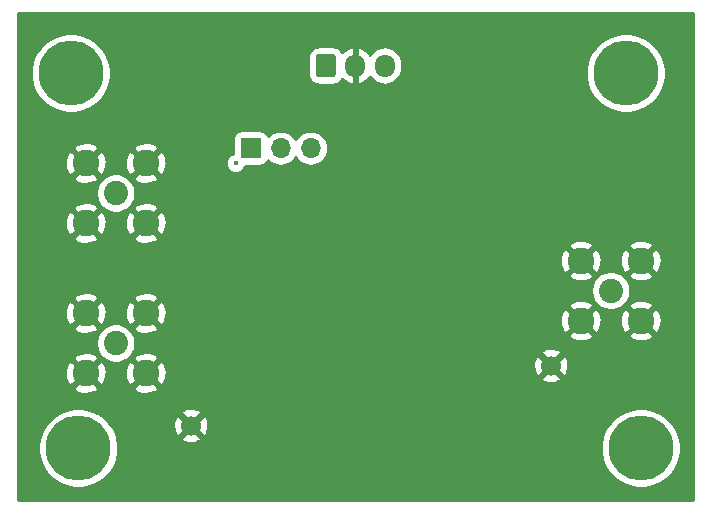
<source format=gbr>
G04 #@! TF.GenerationSoftware,KiCad,Pcbnew,(5.1.2)-2*
G04 #@! TF.CreationDate,2019-07-08T11:26:54+08:00*
G04 #@! TF.ProjectId,eval-board-ADA4817-1,6576616c-2d62-46f6-9172-642d41444134,rev?*
G04 #@! TF.SameCoordinates,Original*
G04 #@! TF.FileFunction,Copper,L2,Bot*
G04 #@! TF.FilePolarity,Positive*
%FSLAX46Y46*%
G04 Gerber Fmt 4.6, Leading zero omitted, Abs format (unit mm)*
G04 Created by KiCad (PCBNEW (5.1.2)-2) date 2019-07-08 11:26:54*
%MOMM*%
%LPD*%
G04 APERTURE LIST*
%ADD10C,5.500000*%
%ADD11C,1.700000*%
%ADD12C,0.100000*%
%ADD13O,1.700000X1.950000*%
%ADD14C,2.050000*%
%ADD15C,2.250000*%
%ADD16R,1.700000X1.700000*%
%ADD17O,1.700000X1.700000*%
%ADD18C,0.400000*%
%ADD19C,0.254000*%
G04 APERTURE END LIST*
D10*
X168275000Y-104140000D03*
X169545000Y-135890000D03*
X121920000Y-135890000D03*
X121285000Y-104140000D03*
D11*
X131445000Y-133985000D03*
X161925000Y-128905000D03*
D12*
G36*
X143499504Y-102531204D02*
G01*
X143523773Y-102534804D01*
X143547571Y-102540765D01*
X143570671Y-102549030D01*
X143592849Y-102559520D01*
X143613893Y-102572133D01*
X143633598Y-102586747D01*
X143651777Y-102603223D01*
X143668253Y-102621402D01*
X143682867Y-102641107D01*
X143695480Y-102662151D01*
X143705970Y-102684329D01*
X143714235Y-102707429D01*
X143720196Y-102731227D01*
X143723796Y-102755496D01*
X143725000Y-102780000D01*
X143725000Y-104230000D01*
X143723796Y-104254504D01*
X143720196Y-104278773D01*
X143714235Y-104302571D01*
X143705970Y-104325671D01*
X143695480Y-104347849D01*
X143682867Y-104368893D01*
X143668253Y-104388598D01*
X143651777Y-104406777D01*
X143633598Y-104423253D01*
X143613893Y-104437867D01*
X143592849Y-104450480D01*
X143570671Y-104460970D01*
X143547571Y-104469235D01*
X143523773Y-104475196D01*
X143499504Y-104478796D01*
X143475000Y-104480000D01*
X142275000Y-104480000D01*
X142250496Y-104478796D01*
X142226227Y-104475196D01*
X142202429Y-104469235D01*
X142179329Y-104460970D01*
X142157151Y-104450480D01*
X142136107Y-104437867D01*
X142116402Y-104423253D01*
X142098223Y-104406777D01*
X142081747Y-104388598D01*
X142067133Y-104368893D01*
X142054520Y-104347849D01*
X142044030Y-104325671D01*
X142035765Y-104302571D01*
X142029804Y-104278773D01*
X142026204Y-104254504D01*
X142025000Y-104230000D01*
X142025000Y-102780000D01*
X142026204Y-102755496D01*
X142029804Y-102731227D01*
X142035765Y-102707429D01*
X142044030Y-102684329D01*
X142054520Y-102662151D01*
X142067133Y-102641107D01*
X142081747Y-102621402D01*
X142098223Y-102603223D01*
X142116402Y-102586747D01*
X142136107Y-102572133D01*
X142157151Y-102559520D01*
X142179329Y-102549030D01*
X142202429Y-102540765D01*
X142226227Y-102534804D01*
X142250496Y-102531204D01*
X142275000Y-102530000D01*
X143475000Y-102530000D01*
X143499504Y-102531204D01*
X143499504Y-102531204D01*
G37*
D11*
X142875000Y-103505000D03*
D13*
X145375000Y-103505000D03*
X147875000Y-103505000D03*
D14*
X125095000Y-114300000D03*
D15*
X127635000Y-116840000D03*
X127635000Y-111760000D03*
X122555000Y-111760000D03*
X122555000Y-116840000D03*
D14*
X125095000Y-127000000D03*
D15*
X127635000Y-129540000D03*
X127635000Y-124460000D03*
X122555000Y-124460000D03*
X122555000Y-129540000D03*
X164465000Y-125095000D03*
X164465000Y-120015000D03*
X169545000Y-120015000D03*
X169545000Y-125095000D03*
D14*
X167005000Y-122555000D03*
D16*
X136525000Y-110490000D03*
D17*
X139065000Y-110490000D03*
X141605000Y-110490000D03*
D18*
X135255000Y-111760000D03*
X128905000Y-114300000D03*
X129540000Y-114935000D03*
X130175000Y-115570000D03*
X130810000Y-116205000D03*
X131445000Y-116840000D03*
X132080000Y-117475000D03*
X132715000Y-118745000D03*
X129540000Y-118110000D03*
X130175000Y-118745000D03*
X130175000Y-119380000D03*
X130175000Y-128905000D03*
X131445000Y-128905000D03*
X132715000Y-128905000D03*
X133985000Y-128905000D03*
X135255000Y-128905000D03*
X136525000Y-128905000D03*
X137795000Y-128905000D03*
X139065000Y-128905000D03*
X130175000Y-126365000D03*
X131445000Y-126365000D03*
X132715000Y-126365000D03*
X131445000Y-124460000D03*
X133350000Y-124460000D03*
X134620000Y-124460000D03*
X135890000Y-124460000D03*
X138430000Y-124460000D03*
X154305000Y-122555000D03*
X155575000Y-122555000D03*
X156845000Y-122555000D03*
X158115000Y-122555000D03*
X159385000Y-121285000D03*
X160655000Y-121285000D03*
X161925000Y-121285000D03*
X163195000Y-121285000D03*
X160655000Y-124460000D03*
X161290000Y-123825000D03*
X162560000Y-123825000D03*
X160655000Y-126365000D03*
X156210000Y-127635000D03*
X156845000Y-127635000D03*
X157480000Y-127635000D03*
X158750000Y-127635000D03*
X160020000Y-127635000D03*
X146685000Y-107315000D03*
X146685000Y-109220000D03*
X146685000Y-111760000D03*
X146685000Y-113665000D03*
X146685000Y-116205000D03*
X146685000Y-118745000D03*
X143510000Y-106680000D03*
X143510000Y-109220000D03*
X143510000Y-110490000D03*
X143510000Y-113030000D03*
X147955000Y-119380000D03*
X149225000Y-119380000D03*
X150495000Y-118745000D03*
X151130000Y-118110000D03*
X153035000Y-117475000D03*
X153670000Y-115570000D03*
X153670000Y-114300000D03*
X154065000Y-110095000D03*
X154065000Y-108190000D03*
X157480000Y-107950000D03*
X157480000Y-109855000D03*
X157480000Y-112395000D03*
X157480000Y-113665000D03*
X157480000Y-116205000D03*
X157480000Y-114935000D03*
X157480000Y-117475000D03*
X137160000Y-104775000D03*
X138430000Y-104775000D03*
X140335000Y-104775000D03*
X137160000Y-106045000D03*
X137160000Y-107315000D03*
X136525000Y-107950000D03*
X134620000Y-107950000D03*
X133640000Y-107555000D03*
X133350000Y-106045000D03*
X137160000Y-102235000D03*
X138430000Y-102235000D03*
X139700000Y-102235000D03*
X133350000Y-100965000D03*
X132080000Y-101600000D03*
X130810000Y-102235000D03*
X130175000Y-102870000D03*
X129540000Y-104140000D03*
X128905000Y-105410000D03*
X128905000Y-106680000D03*
X128905000Y-107950000D03*
X134620000Y-113665000D03*
X134620000Y-114935000D03*
X134620000Y-116205000D03*
X134620000Y-117475000D03*
X134620000Y-118745000D03*
X133985000Y-118745000D03*
X144780000Y-127000000D03*
X144780000Y-128270000D03*
X144780000Y-130810000D03*
X146050000Y-130810000D03*
X146050000Y-129540000D03*
X146050000Y-127635000D03*
X144780000Y-129540000D03*
X146050000Y-126365000D03*
X145415000Y-131445000D03*
X161290000Y-109220000D03*
X165100000Y-109220000D03*
X168910000Y-109220000D03*
X161290000Y-113030000D03*
X165100000Y-113030000D03*
X168910000Y-113030000D03*
X153035000Y-132715000D03*
X156845000Y-132715000D03*
X160020000Y-132715000D03*
X163830000Y-132715000D03*
X163830000Y-135255000D03*
X160020000Y-135255000D03*
X156845000Y-135255000D03*
X153035000Y-135255000D03*
X134620000Y-132080000D03*
X137160000Y-132080000D03*
X139700000Y-132080000D03*
X139700000Y-134620000D03*
X137160000Y-134620000D03*
X134620000Y-134620000D03*
X134620000Y-138430000D03*
X137160000Y-138430000D03*
X139700000Y-138430000D03*
D19*
G36*
X173965000Y-140310000D02*
G01*
X116865000Y-140310000D01*
X116865000Y-135556607D01*
X118535000Y-135556607D01*
X118535000Y-136223393D01*
X118665083Y-136877368D01*
X118920252Y-137493399D01*
X119290698Y-138047812D01*
X119762188Y-138519302D01*
X120316601Y-138889748D01*
X120932632Y-139144917D01*
X121586607Y-139275000D01*
X122253393Y-139275000D01*
X122907368Y-139144917D01*
X123523399Y-138889748D01*
X124077812Y-138519302D01*
X124549302Y-138047812D01*
X124919748Y-137493399D01*
X125174917Y-136877368D01*
X125305000Y-136223393D01*
X125305000Y-135556607D01*
X166160000Y-135556607D01*
X166160000Y-136223393D01*
X166290083Y-136877368D01*
X166545252Y-137493399D01*
X166915698Y-138047812D01*
X167387188Y-138519302D01*
X167941601Y-138889748D01*
X168557632Y-139144917D01*
X169211607Y-139275000D01*
X169878393Y-139275000D01*
X170532368Y-139144917D01*
X171148399Y-138889748D01*
X171702812Y-138519302D01*
X172174302Y-138047812D01*
X172544748Y-137493399D01*
X172799917Y-136877368D01*
X172930000Y-136223393D01*
X172930000Y-135556607D01*
X172799917Y-134902632D01*
X172544748Y-134286601D01*
X172174302Y-133732188D01*
X171702812Y-133260698D01*
X171148399Y-132890252D01*
X170532368Y-132635083D01*
X169878393Y-132505000D01*
X169211607Y-132505000D01*
X168557632Y-132635083D01*
X167941601Y-132890252D01*
X167387188Y-133260698D01*
X166915698Y-133732188D01*
X166545252Y-134286601D01*
X166290083Y-134902632D01*
X166160000Y-135556607D01*
X125305000Y-135556607D01*
X125196950Y-135013397D01*
X130596208Y-135013397D01*
X130673843Y-135262472D01*
X130937883Y-135388371D01*
X131221411Y-135460339D01*
X131513531Y-135475611D01*
X131803019Y-135433599D01*
X132078747Y-135335919D01*
X132216157Y-135262472D01*
X132293792Y-135013397D01*
X131445000Y-134164605D01*
X130596208Y-135013397D01*
X125196950Y-135013397D01*
X125174917Y-134902632D01*
X124919748Y-134286601D01*
X124764016Y-134053531D01*
X129954389Y-134053531D01*
X129996401Y-134343019D01*
X130094081Y-134618747D01*
X130167528Y-134756157D01*
X130416603Y-134833792D01*
X131265395Y-133985000D01*
X131624605Y-133985000D01*
X132473397Y-134833792D01*
X132722472Y-134756157D01*
X132848371Y-134492117D01*
X132920339Y-134208589D01*
X132935611Y-133916469D01*
X132893599Y-133626981D01*
X132795919Y-133351253D01*
X132722472Y-133213843D01*
X132473397Y-133136208D01*
X131624605Y-133985000D01*
X131265395Y-133985000D01*
X130416603Y-133136208D01*
X130167528Y-133213843D01*
X130041629Y-133477883D01*
X129969661Y-133761411D01*
X129954389Y-134053531D01*
X124764016Y-134053531D01*
X124549302Y-133732188D01*
X124077812Y-133260698D01*
X123622701Y-132956603D01*
X130596208Y-132956603D01*
X131445000Y-133805395D01*
X132293792Y-132956603D01*
X132216157Y-132707528D01*
X131952117Y-132581629D01*
X131668589Y-132509661D01*
X131376469Y-132494389D01*
X131086981Y-132536401D01*
X130811253Y-132634081D01*
X130673843Y-132707528D01*
X130596208Y-132956603D01*
X123622701Y-132956603D01*
X123523399Y-132890252D01*
X122907368Y-132635083D01*
X122253393Y-132505000D01*
X121586607Y-132505000D01*
X120932632Y-132635083D01*
X120316601Y-132890252D01*
X119762188Y-133260698D01*
X119290698Y-133732188D01*
X118920252Y-134286601D01*
X118665083Y-134902632D01*
X118535000Y-135556607D01*
X116865000Y-135556607D01*
X116865000Y-130764531D01*
X121510074Y-130764531D01*
X121620921Y-131041714D01*
X121931840Y-131195089D01*
X122266705Y-131284860D01*
X122612650Y-131307576D01*
X122956380Y-131262366D01*
X123284685Y-131150966D01*
X123489079Y-131041714D01*
X123599926Y-130764531D01*
X126590074Y-130764531D01*
X126700921Y-131041714D01*
X127011840Y-131195089D01*
X127346705Y-131284860D01*
X127692650Y-131307576D01*
X128036380Y-131262366D01*
X128364685Y-131150966D01*
X128569079Y-131041714D01*
X128679926Y-130764531D01*
X127635000Y-129719605D01*
X126590074Y-130764531D01*
X123599926Y-130764531D01*
X122555000Y-129719605D01*
X121510074Y-130764531D01*
X116865000Y-130764531D01*
X116865000Y-129597650D01*
X120787424Y-129597650D01*
X120832634Y-129941380D01*
X120944034Y-130269685D01*
X121053286Y-130474079D01*
X121330469Y-130584926D01*
X122375395Y-129540000D01*
X122734605Y-129540000D01*
X123779531Y-130584926D01*
X124056714Y-130474079D01*
X124210089Y-130163160D01*
X124299860Y-129828295D01*
X124315004Y-129597650D01*
X125867424Y-129597650D01*
X125912634Y-129941380D01*
X126024034Y-130269685D01*
X126133286Y-130474079D01*
X126410469Y-130584926D01*
X127455395Y-129540000D01*
X127814605Y-129540000D01*
X128859531Y-130584926D01*
X129136714Y-130474079D01*
X129290089Y-130163160D01*
X129351684Y-129933397D01*
X161076208Y-129933397D01*
X161153843Y-130182472D01*
X161417883Y-130308371D01*
X161701411Y-130380339D01*
X161993531Y-130395611D01*
X162283019Y-130353599D01*
X162558747Y-130255919D01*
X162696157Y-130182472D01*
X162773792Y-129933397D01*
X161925000Y-129084605D01*
X161076208Y-129933397D01*
X129351684Y-129933397D01*
X129379860Y-129828295D01*
X129402576Y-129482350D01*
X129357366Y-129138620D01*
X129301349Y-128973531D01*
X160434389Y-128973531D01*
X160476401Y-129263019D01*
X160574081Y-129538747D01*
X160647528Y-129676157D01*
X160896603Y-129753792D01*
X161745395Y-128905000D01*
X162104605Y-128905000D01*
X162953397Y-129753792D01*
X163202472Y-129676157D01*
X163328371Y-129412117D01*
X163400339Y-129128589D01*
X163415611Y-128836469D01*
X163373599Y-128546981D01*
X163275919Y-128271253D01*
X163202472Y-128133843D01*
X162953397Y-128056208D01*
X162104605Y-128905000D01*
X161745395Y-128905000D01*
X160896603Y-128056208D01*
X160647528Y-128133843D01*
X160521629Y-128397883D01*
X160449661Y-128681411D01*
X160434389Y-128973531D01*
X129301349Y-128973531D01*
X129245966Y-128810315D01*
X129136714Y-128605921D01*
X128859531Y-128495074D01*
X127814605Y-129540000D01*
X127455395Y-129540000D01*
X126410469Y-128495074D01*
X126133286Y-128605921D01*
X125979911Y-128916840D01*
X125890140Y-129251705D01*
X125867424Y-129597650D01*
X124315004Y-129597650D01*
X124322576Y-129482350D01*
X124277366Y-129138620D01*
X124165966Y-128810315D01*
X124056714Y-128605921D01*
X123779531Y-128495074D01*
X122734605Y-129540000D01*
X122375395Y-129540000D01*
X121330469Y-128495074D01*
X121053286Y-128605921D01*
X120899911Y-128916840D01*
X120810140Y-129251705D01*
X120787424Y-129597650D01*
X116865000Y-129597650D01*
X116865000Y-128315469D01*
X121510074Y-128315469D01*
X122555000Y-129360395D01*
X123599926Y-128315469D01*
X123489079Y-128038286D01*
X123178160Y-127884911D01*
X122843295Y-127795140D01*
X122497350Y-127772424D01*
X122153620Y-127817634D01*
X121825315Y-127929034D01*
X121620921Y-128038286D01*
X121510074Y-128315469D01*
X116865000Y-128315469D01*
X116865000Y-126836504D01*
X123435000Y-126836504D01*
X123435000Y-127163496D01*
X123498793Y-127484204D01*
X123623927Y-127786305D01*
X123805594Y-128058188D01*
X124036812Y-128289406D01*
X124308695Y-128471073D01*
X124610796Y-128596207D01*
X124931504Y-128660000D01*
X125258496Y-128660000D01*
X125579204Y-128596207D01*
X125881305Y-128471073D01*
X126114182Y-128315469D01*
X126590074Y-128315469D01*
X127635000Y-129360395D01*
X128679926Y-128315469D01*
X128569079Y-128038286D01*
X128258160Y-127884911D01*
X128227170Y-127876603D01*
X161076208Y-127876603D01*
X161925000Y-128725395D01*
X162773792Y-127876603D01*
X162696157Y-127627528D01*
X162432117Y-127501629D01*
X162148589Y-127429661D01*
X161856469Y-127414389D01*
X161566981Y-127456401D01*
X161291253Y-127554081D01*
X161153843Y-127627528D01*
X161076208Y-127876603D01*
X128227170Y-127876603D01*
X127923295Y-127795140D01*
X127577350Y-127772424D01*
X127233620Y-127817634D01*
X126905315Y-127929034D01*
X126700921Y-128038286D01*
X126590074Y-128315469D01*
X126114182Y-128315469D01*
X126153188Y-128289406D01*
X126384406Y-128058188D01*
X126566073Y-127786305D01*
X126691207Y-127484204D01*
X126755000Y-127163496D01*
X126755000Y-126836504D01*
X126691207Y-126515796D01*
X126609912Y-126319531D01*
X163420074Y-126319531D01*
X163530921Y-126596714D01*
X163841840Y-126750089D01*
X164176705Y-126839860D01*
X164522650Y-126862576D01*
X164866380Y-126817366D01*
X165194685Y-126705966D01*
X165399079Y-126596714D01*
X165509926Y-126319531D01*
X168500074Y-126319531D01*
X168610921Y-126596714D01*
X168921840Y-126750089D01*
X169256705Y-126839860D01*
X169602650Y-126862576D01*
X169946380Y-126817366D01*
X170274685Y-126705966D01*
X170479079Y-126596714D01*
X170589926Y-126319531D01*
X169545000Y-125274605D01*
X168500074Y-126319531D01*
X165509926Y-126319531D01*
X164465000Y-125274605D01*
X163420074Y-126319531D01*
X126609912Y-126319531D01*
X126566073Y-126213695D01*
X126384406Y-125941812D01*
X126153188Y-125710594D01*
X126114183Y-125684531D01*
X126590074Y-125684531D01*
X126700921Y-125961714D01*
X127011840Y-126115089D01*
X127346705Y-126204860D01*
X127692650Y-126227576D01*
X128036380Y-126182366D01*
X128364685Y-126070966D01*
X128569079Y-125961714D01*
X128679926Y-125684531D01*
X127635000Y-124639605D01*
X126590074Y-125684531D01*
X126114183Y-125684531D01*
X125881305Y-125528927D01*
X125579204Y-125403793D01*
X125258496Y-125340000D01*
X124931504Y-125340000D01*
X124610796Y-125403793D01*
X124308695Y-125528927D01*
X124036812Y-125710594D01*
X123805594Y-125941812D01*
X123623927Y-126213695D01*
X123498793Y-126515796D01*
X123435000Y-126836504D01*
X116865000Y-126836504D01*
X116865000Y-125684531D01*
X121510074Y-125684531D01*
X121620921Y-125961714D01*
X121931840Y-126115089D01*
X122266705Y-126204860D01*
X122612650Y-126227576D01*
X122956380Y-126182366D01*
X123284685Y-126070966D01*
X123489079Y-125961714D01*
X123599926Y-125684531D01*
X122555000Y-124639605D01*
X121510074Y-125684531D01*
X116865000Y-125684531D01*
X116865000Y-124517650D01*
X120787424Y-124517650D01*
X120832634Y-124861380D01*
X120944034Y-125189685D01*
X121053286Y-125394079D01*
X121330469Y-125504926D01*
X122375395Y-124460000D01*
X122734605Y-124460000D01*
X123779531Y-125504926D01*
X124056714Y-125394079D01*
X124210089Y-125083160D01*
X124299860Y-124748295D01*
X124315004Y-124517650D01*
X125867424Y-124517650D01*
X125912634Y-124861380D01*
X126024034Y-125189685D01*
X126133286Y-125394079D01*
X126410469Y-125504926D01*
X127455395Y-124460000D01*
X127814605Y-124460000D01*
X128859531Y-125504926D01*
X129136714Y-125394079D01*
X129255809Y-125152650D01*
X162697424Y-125152650D01*
X162742634Y-125496380D01*
X162854034Y-125824685D01*
X162963286Y-126029079D01*
X163240469Y-126139926D01*
X164285395Y-125095000D01*
X164644605Y-125095000D01*
X165689531Y-126139926D01*
X165966714Y-126029079D01*
X166120089Y-125718160D01*
X166209860Y-125383295D01*
X166225004Y-125152650D01*
X167777424Y-125152650D01*
X167822634Y-125496380D01*
X167934034Y-125824685D01*
X168043286Y-126029079D01*
X168320469Y-126139926D01*
X169365395Y-125095000D01*
X169724605Y-125095000D01*
X170769531Y-126139926D01*
X171046714Y-126029079D01*
X171200089Y-125718160D01*
X171289860Y-125383295D01*
X171312576Y-125037350D01*
X171267366Y-124693620D01*
X171155966Y-124365315D01*
X171046714Y-124160921D01*
X170769531Y-124050074D01*
X169724605Y-125095000D01*
X169365395Y-125095000D01*
X168320469Y-124050074D01*
X168043286Y-124160921D01*
X167889911Y-124471840D01*
X167800140Y-124806705D01*
X167777424Y-125152650D01*
X166225004Y-125152650D01*
X166232576Y-125037350D01*
X166187366Y-124693620D01*
X166075966Y-124365315D01*
X165966714Y-124160921D01*
X165689531Y-124050074D01*
X164644605Y-125095000D01*
X164285395Y-125095000D01*
X163240469Y-124050074D01*
X162963286Y-124160921D01*
X162809911Y-124471840D01*
X162720140Y-124806705D01*
X162697424Y-125152650D01*
X129255809Y-125152650D01*
X129290089Y-125083160D01*
X129379860Y-124748295D01*
X129402576Y-124402350D01*
X129357366Y-124058620D01*
X129293523Y-123870469D01*
X163420074Y-123870469D01*
X164465000Y-124915395D01*
X165509926Y-123870469D01*
X165399079Y-123593286D01*
X165088160Y-123439911D01*
X164753295Y-123350140D01*
X164407350Y-123327424D01*
X164063620Y-123372634D01*
X163735315Y-123484034D01*
X163530921Y-123593286D01*
X163420074Y-123870469D01*
X129293523Y-123870469D01*
X129245966Y-123730315D01*
X129136714Y-123525921D01*
X128859531Y-123415074D01*
X127814605Y-124460000D01*
X127455395Y-124460000D01*
X126410469Y-123415074D01*
X126133286Y-123525921D01*
X125979911Y-123836840D01*
X125890140Y-124171705D01*
X125867424Y-124517650D01*
X124315004Y-124517650D01*
X124322576Y-124402350D01*
X124277366Y-124058620D01*
X124165966Y-123730315D01*
X124056714Y-123525921D01*
X123779531Y-123415074D01*
X122734605Y-124460000D01*
X122375395Y-124460000D01*
X121330469Y-123415074D01*
X121053286Y-123525921D01*
X120899911Y-123836840D01*
X120810140Y-124171705D01*
X120787424Y-124517650D01*
X116865000Y-124517650D01*
X116865000Y-123235469D01*
X121510074Y-123235469D01*
X122555000Y-124280395D01*
X123599926Y-123235469D01*
X126590074Y-123235469D01*
X127635000Y-124280395D01*
X128679926Y-123235469D01*
X128569079Y-122958286D01*
X128258160Y-122804911D01*
X127923295Y-122715140D01*
X127577350Y-122692424D01*
X127233620Y-122737634D01*
X126905315Y-122849034D01*
X126700921Y-122958286D01*
X126590074Y-123235469D01*
X123599926Y-123235469D01*
X123489079Y-122958286D01*
X123178160Y-122804911D01*
X122843295Y-122715140D01*
X122497350Y-122692424D01*
X122153620Y-122737634D01*
X121825315Y-122849034D01*
X121620921Y-122958286D01*
X121510074Y-123235469D01*
X116865000Y-123235469D01*
X116865000Y-122391504D01*
X165345000Y-122391504D01*
X165345000Y-122718496D01*
X165408793Y-123039204D01*
X165533927Y-123341305D01*
X165715594Y-123613188D01*
X165946812Y-123844406D01*
X166218695Y-124026073D01*
X166520796Y-124151207D01*
X166841504Y-124215000D01*
X167168496Y-124215000D01*
X167489204Y-124151207D01*
X167791305Y-124026073D01*
X168024182Y-123870469D01*
X168500074Y-123870469D01*
X169545000Y-124915395D01*
X170589926Y-123870469D01*
X170479079Y-123593286D01*
X170168160Y-123439911D01*
X169833295Y-123350140D01*
X169487350Y-123327424D01*
X169143620Y-123372634D01*
X168815315Y-123484034D01*
X168610921Y-123593286D01*
X168500074Y-123870469D01*
X168024182Y-123870469D01*
X168063188Y-123844406D01*
X168294406Y-123613188D01*
X168476073Y-123341305D01*
X168601207Y-123039204D01*
X168665000Y-122718496D01*
X168665000Y-122391504D01*
X168601207Y-122070796D01*
X168476073Y-121768695D01*
X168294406Y-121496812D01*
X168063188Y-121265594D01*
X168024183Y-121239531D01*
X168500074Y-121239531D01*
X168610921Y-121516714D01*
X168921840Y-121670089D01*
X169256705Y-121759860D01*
X169602650Y-121782576D01*
X169946380Y-121737366D01*
X170274685Y-121625966D01*
X170479079Y-121516714D01*
X170589926Y-121239531D01*
X169545000Y-120194605D01*
X168500074Y-121239531D01*
X168024183Y-121239531D01*
X167791305Y-121083927D01*
X167489204Y-120958793D01*
X167168496Y-120895000D01*
X166841504Y-120895000D01*
X166520796Y-120958793D01*
X166218695Y-121083927D01*
X165946812Y-121265594D01*
X165715594Y-121496812D01*
X165533927Y-121768695D01*
X165408793Y-122070796D01*
X165345000Y-122391504D01*
X116865000Y-122391504D01*
X116865000Y-121239531D01*
X163420074Y-121239531D01*
X163530921Y-121516714D01*
X163841840Y-121670089D01*
X164176705Y-121759860D01*
X164522650Y-121782576D01*
X164866380Y-121737366D01*
X165194685Y-121625966D01*
X165399079Y-121516714D01*
X165509926Y-121239531D01*
X164465000Y-120194605D01*
X163420074Y-121239531D01*
X116865000Y-121239531D01*
X116865000Y-120072650D01*
X162697424Y-120072650D01*
X162742634Y-120416380D01*
X162854034Y-120744685D01*
X162963286Y-120949079D01*
X163240469Y-121059926D01*
X164285395Y-120015000D01*
X164644605Y-120015000D01*
X165689531Y-121059926D01*
X165966714Y-120949079D01*
X166120089Y-120638160D01*
X166209860Y-120303295D01*
X166225004Y-120072650D01*
X167777424Y-120072650D01*
X167822634Y-120416380D01*
X167934034Y-120744685D01*
X168043286Y-120949079D01*
X168320469Y-121059926D01*
X169365395Y-120015000D01*
X169724605Y-120015000D01*
X170769531Y-121059926D01*
X171046714Y-120949079D01*
X171200089Y-120638160D01*
X171289860Y-120303295D01*
X171312576Y-119957350D01*
X171267366Y-119613620D01*
X171155966Y-119285315D01*
X171046714Y-119080921D01*
X170769531Y-118970074D01*
X169724605Y-120015000D01*
X169365395Y-120015000D01*
X168320469Y-118970074D01*
X168043286Y-119080921D01*
X167889911Y-119391840D01*
X167800140Y-119726705D01*
X167777424Y-120072650D01*
X166225004Y-120072650D01*
X166232576Y-119957350D01*
X166187366Y-119613620D01*
X166075966Y-119285315D01*
X165966714Y-119080921D01*
X165689531Y-118970074D01*
X164644605Y-120015000D01*
X164285395Y-120015000D01*
X163240469Y-118970074D01*
X162963286Y-119080921D01*
X162809911Y-119391840D01*
X162720140Y-119726705D01*
X162697424Y-120072650D01*
X116865000Y-120072650D01*
X116865000Y-118790469D01*
X163420074Y-118790469D01*
X164465000Y-119835395D01*
X165509926Y-118790469D01*
X168500074Y-118790469D01*
X169545000Y-119835395D01*
X170589926Y-118790469D01*
X170479079Y-118513286D01*
X170168160Y-118359911D01*
X169833295Y-118270140D01*
X169487350Y-118247424D01*
X169143620Y-118292634D01*
X168815315Y-118404034D01*
X168610921Y-118513286D01*
X168500074Y-118790469D01*
X165509926Y-118790469D01*
X165399079Y-118513286D01*
X165088160Y-118359911D01*
X164753295Y-118270140D01*
X164407350Y-118247424D01*
X164063620Y-118292634D01*
X163735315Y-118404034D01*
X163530921Y-118513286D01*
X163420074Y-118790469D01*
X116865000Y-118790469D01*
X116865000Y-118064531D01*
X121510074Y-118064531D01*
X121620921Y-118341714D01*
X121931840Y-118495089D01*
X122266705Y-118584860D01*
X122612650Y-118607576D01*
X122956380Y-118562366D01*
X123284685Y-118450966D01*
X123489079Y-118341714D01*
X123599926Y-118064531D01*
X126590074Y-118064531D01*
X126700921Y-118341714D01*
X127011840Y-118495089D01*
X127346705Y-118584860D01*
X127692650Y-118607576D01*
X128036380Y-118562366D01*
X128364685Y-118450966D01*
X128569079Y-118341714D01*
X128679926Y-118064531D01*
X127635000Y-117019605D01*
X126590074Y-118064531D01*
X123599926Y-118064531D01*
X122555000Y-117019605D01*
X121510074Y-118064531D01*
X116865000Y-118064531D01*
X116865000Y-116897650D01*
X120787424Y-116897650D01*
X120832634Y-117241380D01*
X120944034Y-117569685D01*
X121053286Y-117774079D01*
X121330469Y-117884926D01*
X122375395Y-116840000D01*
X122734605Y-116840000D01*
X123779531Y-117884926D01*
X124056714Y-117774079D01*
X124210089Y-117463160D01*
X124299860Y-117128295D01*
X124315004Y-116897650D01*
X125867424Y-116897650D01*
X125912634Y-117241380D01*
X126024034Y-117569685D01*
X126133286Y-117774079D01*
X126410469Y-117884926D01*
X127455395Y-116840000D01*
X127814605Y-116840000D01*
X128859531Y-117884926D01*
X129136714Y-117774079D01*
X129290089Y-117463160D01*
X129379860Y-117128295D01*
X129402576Y-116782350D01*
X129357366Y-116438620D01*
X129245966Y-116110315D01*
X129136714Y-115905921D01*
X128859531Y-115795074D01*
X127814605Y-116840000D01*
X127455395Y-116840000D01*
X126410469Y-115795074D01*
X126133286Y-115905921D01*
X125979911Y-116216840D01*
X125890140Y-116551705D01*
X125867424Y-116897650D01*
X124315004Y-116897650D01*
X124322576Y-116782350D01*
X124277366Y-116438620D01*
X124165966Y-116110315D01*
X124056714Y-115905921D01*
X123779531Y-115795074D01*
X122734605Y-116840000D01*
X122375395Y-116840000D01*
X121330469Y-115795074D01*
X121053286Y-115905921D01*
X120899911Y-116216840D01*
X120810140Y-116551705D01*
X120787424Y-116897650D01*
X116865000Y-116897650D01*
X116865000Y-115615469D01*
X121510074Y-115615469D01*
X122555000Y-116660395D01*
X123599926Y-115615469D01*
X123489079Y-115338286D01*
X123178160Y-115184911D01*
X122843295Y-115095140D01*
X122497350Y-115072424D01*
X122153620Y-115117634D01*
X121825315Y-115229034D01*
X121620921Y-115338286D01*
X121510074Y-115615469D01*
X116865000Y-115615469D01*
X116865000Y-114136504D01*
X123435000Y-114136504D01*
X123435000Y-114463496D01*
X123498793Y-114784204D01*
X123623927Y-115086305D01*
X123805594Y-115358188D01*
X124036812Y-115589406D01*
X124308695Y-115771073D01*
X124610796Y-115896207D01*
X124931504Y-115960000D01*
X125258496Y-115960000D01*
X125579204Y-115896207D01*
X125881305Y-115771073D01*
X126114182Y-115615469D01*
X126590074Y-115615469D01*
X127635000Y-116660395D01*
X128679926Y-115615469D01*
X128569079Y-115338286D01*
X128258160Y-115184911D01*
X127923295Y-115095140D01*
X127577350Y-115072424D01*
X127233620Y-115117634D01*
X126905315Y-115229034D01*
X126700921Y-115338286D01*
X126590074Y-115615469D01*
X126114182Y-115615469D01*
X126153188Y-115589406D01*
X126384406Y-115358188D01*
X126566073Y-115086305D01*
X126691207Y-114784204D01*
X126755000Y-114463496D01*
X126755000Y-114136504D01*
X126691207Y-113815796D01*
X126566073Y-113513695D01*
X126384406Y-113241812D01*
X126153188Y-113010594D01*
X126114183Y-112984531D01*
X126590074Y-112984531D01*
X126700921Y-113261714D01*
X127011840Y-113415089D01*
X127346705Y-113504860D01*
X127692650Y-113527576D01*
X128036380Y-113482366D01*
X128364685Y-113370966D01*
X128569079Y-113261714D01*
X128679926Y-112984531D01*
X127635000Y-111939605D01*
X126590074Y-112984531D01*
X126114183Y-112984531D01*
X125881305Y-112828927D01*
X125579204Y-112703793D01*
X125258496Y-112640000D01*
X124931504Y-112640000D01*
X124610796Y-112703793D01*
X124308695Y-112828927D01*
X124036812Y-113010594D01*
X123805594Y-113241812D01*
X123623927Y-113513695D01*
X123498793Y-113815796D01*
X123435000Y-114136504D01*
X116865000Y-114136504D01*
X116865000Y-112984531D01*
X121510074Y-112984531D01*
X121620921Y-113261714D01*
X121931840Y-113415089D01*
X122266705Y-113504860D01*
X122612650Y-113527576D01*
X122956380Y-113482366D01*
X123284685Y-113370966D01*
X123489079Y-113261714D01*
X123599926Y-112984531D01*
X122555000Y-111939605D01*
X121510074Y-112984531D01*
X116865000Y-112984531D01*
X116865000Y-111817650D01*
X120787424Y-111817650D01*
X120832634Y-112161380D01*
X120944034Y-112489685D01*
X121053286Y-112694079D01*
X121330469Y-112804926D01*
X122375395Y-111760000D01*
X122734605Y-111760000D01*
X123779531Y-112804926D01*
X124056714Y-112694079D01*
X124210089Y-112383160D01*
X124299860Y-112048295D01*
X124315004Y-111817650D01*
X125867424Y-111817650D01*
X125912634Y-112161380D01*
X126024034Y-112489685D01*
X126133286Y-112694079D01*
X126410469Y-112804926D01*
X127455395Y-111760000D01*
X127814605Y-111760000D01*
X128859531Y-112804926D01*
X129136714Y-112694079D01*
X129290089Y-112383160D01*
X129379860Y-112048295D01*
X129402576Y-111702350D01*
X129399342Y-111677760D01*
X134420000Y-111677760D01*
X134420000Y-111842240D01*
X134452089Y-112003560D01*
X134515033Y-112155521D01*
X134606413Y-112292281D01*
X134722719Y-112408587D01*
X134859479Y-112499967D01*
X135011440Y-112562911D01*
X135172760Y-112595000D01*
X135337240Y-112595000D01*
X135498560Y-112562911D01*
X135650521Y-112499967D01*
X135787281Y-112408587D01*
X135903587Y-112292281D01*
X135994967Y-112155521D01*
X136057911Y-112003560D01*
X136062981Y-111978072D01*
X137375000Y-111978072D01*
X137499482Y-111965812D01*
X137619180Y-111929502D01*
X137729494Y-111870537D01*
X137826185Y-111791185D01*
X137905537Y-111694494D01*
X137964502Y-111584180D01*
X137985393Y-111515313D01*
X138009866Y-111545134D01*
X138235986Y-111730706D01*
X138493966Y-111868599D01*
X138773889Y-111953513D01*
X138992050Y-111975000D01*
X139137950Y-111975000D01*
X139356111Y-111953513D01*
X139636034Y-111868599D01*
X139894014Y-111730706D01*
X140120134Y-111545134D01*
X140305706Y-111319014D01*
X140335000Y-111264209D01*
X140364294Y-111319014D01*
X140549866Y-111545134D01*
X140775986Y-111730706D01*
X141033966Y-111868599D01*
X141313889Y-111953513D01*
X141532050Y-111975000D01*
X141677950Y-111975000D01*
X141896111Y-111953513D01*
X142176034Y-111868599D01*
X142434014Y-111730706D01*
X142660134Y-111545134D01*
X142845706Y-111319014D01*
X142983599Y-111061034D01*
X143068513Y-110781111D01*
X143097185Y-110490000D01*
X143068513Y-110198889D01*
X142983599Y-109918966D01*
X142845706Y-109660986D01*
X142660134Y-109434866D01*
X142434014Y-109249294D01*
X142176034Y-109111401D01*
X141896111Y-109026487D01*
X141677950Y-109005000D01*
X141532050Y-109005000D01*
X141313889Y-109026487D01*
X141033966Y-109111401D01*
X140775986Y-109249294D01*
X140549866Y-109434866D01*
X140364294Y-109660986D01*
X140335000Y-109715791D01*
X140305706Y-109660986D01*
X140120134Y-109434866D01*
X139894014Y-109249294D01*
X139636034Y-109111401D01*
X139356111Y-109026487D01*
X139137950Y-109005000D01*
X138992050Y-109005000D01*
X138773889Y-109026487D01*
X138493966Y-109111401D01*
X138235986Y-109249294D01*
X138009866Y-109434866D01*
X137985393Y-109464687D01*
X137964502Y-109395820D01*
X137905537Y-109285506D01*
X137826185Y-109188815D01*
X137729494Y-109109463D01*
X137619180Y-109050498D01*
X137499482Y-109014188D01*
X137375000Y-109001928D01*
X135675000Y-109001928D01*
X135550518Y-109014188D01*
X135430820Y-109050498D01*
X135320506Y-109109463D01*
X135223815Y-109188815D01*
X135144463Y-109285506D01*
X135085498Y-109395820D01*
X135049188Y-109515518D01*
X135036928Y-109640000D01*
X135036928Y-110952019D01*
X135011440Y-110957089D01*
X134859479Y-111020033D01*
X134722719Y-111111413D01*
X134606413Y-111227719D01*
X134515033Y-111364479D01*
X134452089Y-111516440D01*
X134420000Y-111677760D01*
X129399342Y-111677760D01*
X129357366Y-111358620D01*
X129245966Y-111030315D01*
X129136714Y-110825921D01*
X128859531Y-110715074D01*
X127814605Y-111760000D01*
X127455395Y-111760000D01*
X126410469Y-110715074D01*
X126133286Y-110825921D01*
X125979911Y-111136840D01*
X125890140Y-111471705D01*
X125867424Y-111817650D01*
X124315004Y-111817650D01*
X124322576Y-111702350D01*
X124277366Y-111358620D01*
X124165966Y-111030315D01*
X124056714Y-110825921D01*
X123779531Y-110715074D01*
X122734605Y-111760000D01*
X122375395Y-111760000D01*
X121330469Y-110715074D01*
X121053286Y-110825921D01*
X120899911Y-111136840D01*
X120810140Y-111471705D01*
X120787424Y-111817650D01*
X116865000Y-111817650D01*
X116865000Y-110535469D01*
X121510074Y-110535469D01*
X122555000Y-111580395D01*
X123599926Y-110535469D01*
X126590074Y-110535469D01*
X127635000Y-111580395D01*
X128679926Y-110535469D01*
X128569079Y-110258286D01*
X128258160Y-110104911D01*
X127923295Y-110015140D01*
X127577350Y-109992424D01*
X127233620Y-110037634D01*
X126905315Y-110149034D01*
X126700921Y-110258286D01*
X126590074Y-110535469D01*
X123599926Y-110535469D01*
X123489079Y-110258286D01*
X123178160Y-110104911D01*
X122843295Y-110015140D01*
X122497350Y-109992424D01*
X122153620Y-110037634D01*
X121825315Y-110149034D01*
X121620921Y-110258286D01*
X121510074Y-110535469D01*
X116865000Y-110535469D01*
X116865000Y-103806607D01*
X117900000Y-103806607D01*
X117900000Y-104473393D01*
X118030083Y-105127368D01*
X118285252Y-105743399D01*
X118655698Y-106297812D01*
X119127188Y-106769302D01*
X119681601Y-107139748D01*
X120297632Y-107394917D01*
X120951607Y-107525000D01*
X121618393Y-107525000D01*
X122272368Y-107394917D01*
X122888399Y-107139748D01*
X123442812Y-106769302D01*
X123914302Y-106297812D01*
X124284748Y-105743399D01*
X124539917Y-105127368D01*
X124670000Y-104473393D01*
X124670000Y-103806607D01*
X124539917Y-103152632D01*
X124385568Y-102780000D01*
X141386928Y-102780000D01*
X141386928Y-104230000D01*
X141403992Y-104403254D01*
X141454528Y-104569850D01*
X141536595Y-104723386D01*
X141647038Y-104857962D01*
X141781614Y-104968405D01*
X141935150Y-105050472D01*
X142101746Y-105101008D01*
X142275000Y-105118072D01*
X143475000Y-105118072D01*
X143648254Y-105101008D01*
X143814850Y-105050472D01*
X143968386Y-104968405D01*
X144102962Y-104857962D01*
X144213405Y-104723386D01*
X144269714Y-104618039D01*
X144285951Y-104639429D01*
X144503807Y-104832496D01*
X144755142Y-104979352D01*
X145018110Y-105071476D01*
X145248000Y-104950155D01*
X145248000Y-103632000D01*
X145228000Y-103632000D01*
X145228000Y-103378000D01*
X145248000Y-103378000D01*
X145248000Y-102059845D01*
X145502000Y-102059845D01*
X145502000Y-103378000D01*
X145522000Y-103378000D01*
X145522000Y-103632000D01*
X145502000Y-103632000D01*
X145502000Y-104950155D01*
X145731890Y-105071476D01*
X145994858Y-104979352D01*
X146246193Y-104832496D01*
X146464049Y-104639429D01*
X146620538Y-104433278D01*
X146634294Y-104459014D01*
X146819866Y-104685134D01*
X147045987Y-104870706D01*
X147303967Y-105008599D01*
X147583890Y-105093513D01*
X147875000Y-105122185D01*
X148166111Y-105093513D01*
X148446034Y-105008599D01*
X148704014Y-104870706D01*
X148930134Y-104685134D01*
X149115706Y-104459014D01*
X149253599Y-104201033D01*
X149338513Y-103921110D01*
X149349790Y-103806607D01*
X164890000Y-103806607D01*
X164890000Y-104473393D01*
X165020083Y-105127368D01*
X165275252Y-105743399D01*
X165645698Y-106297812D01*
X166117188Y-106769302D01*
X166671601Y-107139748D01*
X167287632Y-107394917D01*
X167941607Y-107525000D01*
X168608393Y-107525000D01*
X169262368Y-107394917D01*
X169878399Y-107139748D01*
X170432812Y-106769302D01*
X170904302Y-106297812D01*
X171274748Y-105743399D01*
X171529917Y-105127368D01*
X171660000Y-104473393D01*
X171660000Y-103806607D01*
X171529917Y-103152632D01*
X171274748Y-102536601D01*
X170904302Y-101982188D01*
X170432812Y-101510698D01*
X169878399Y-101140252D01*
X169262368Y-100885083D01*
X168608393Y-100755000D01*
X167941607Y-100755000D01*
X167287632Y-100885083D01*
X166671601Y-101140252D01*
X166117188Y-101510698D01*
X165645698Y-101982188D01*
X165275252Y-102536601D01*
X165020083Y-103152632D01*
X164890000Y-103806607D01*
X149349790Y-103806607D01*
X149360000Y-103702949D01*
X149360000Y-103307050D01*
X149338513Y-103088889D01*
X149253599Y-102808966D01*
X149115706Y-102550986D01*
X148930134Y-102324866D01*
X148704013Y-102139294D01*
X148446033Y-102001401D01*
X148166110Y-101916487D01*
X147875000Y-101887815D01*
X147583889Y-101916487D01*
X147303966Y-102001401D01*
X147045986Y-102139294D01*
X146819866Y-102324866D01*
X146634294Y-102550987D01*
X146620538Y-102576722D01*
X146464049Y-102370571D01*
X146246193Y-102177504D01*
X145994858Y-102030648D01*
X145731890Y-101938524D01*
X145502000Y-102059845D01*
X145248000Y-102059845D01*
X145018110Y-101938524D01*
X144755142Y-102030648D01*
X144503807Y-102177504D01*
X144285951Y-102370571D01*
X144269714Y-102391961D01*
X144213405Y-102286614D01*
X144102962Y-102152038D01*
X143968386Y-102041595D01*
X143814850Y-101959528D01*
X143648254Y-101908992D01*
X143475000Y-101891928D01*
X142275000Y-101891928D01*
X142101746Y-101908992D01*
X141935150Y-101959528D01*
X141781614Y-102041595D01*
X141647038Y-102152038D01*
X141536595Y-102286614D01*
X141454528Y-102440150D01*
X141403992Y-102606746D01*
X141386928Y-102780000D01*
X124385568Y-102780000D01*
X124284748Y-102536601D01*
X123914302Y-101982188D01*
X123442812Y-101510698D01*
X122888399Y-101140252D01*
X122272368Y-100885083D01*
X121618393Y-100755000D01*
X120951607Y-100755000D01*
X120297632Y-100885083D01*
X119681601Y-101140252D01*
X119127188Y-101510698D01*
X118655698Y-101982188D01*
X118285252Y-102536601D01*
X118030083Y-103152632D01*
X117900000Y-103806607D01*
X116865000Y-103806607D01*
X116865000Y-99085000D01*
X173965001Y-99085000D01*
X173965000Y-140310000D01*
X173965000Y-140310000D01*
G37*
X173965000Y-140310000D02*
X116865000Y-140310000D01*
X116865000Y-135556607D01*
X118535000Y-135556607D01*
X118535000Y-136223393D01*
X118665083Y-136877368D01*
X118920252Y-137493399D01*
X119290698Y-138047812D01*
X119762188Y-138519302D01*
X120316601Y-138889748D01*
X120932632Y-139144917D01*
X121586607Y-139275000D01*
X122253393Y-139275000D01*
X122907368Y-139144917D01*
X123523399Y-138889748D01*
X124077812Y-138519302D01*
X124549302Y-138047812D01*
X124919748Y-137493399D01*
X125174917Y-136877368D01*
X125305000Y-136223393D01*
X125305000Y-135556607D01*
X166160000Y-135556607D01*
X166160000Y-136223393D01*
X166290083Y-136877368D01*
X166545252Y-137493399D01*
X166915698Y-138047812D01*
X167387188Y-138519302D01*
X167941601Y-138889748D01*
X168557632Y-139144917D01*
X169211607Y-139275000D01*
X169878393Y-139275000D01*
X170532368Y-139144917D01*
X171148399Y-138889748D01*
X171702812Y-138519302D01*
X172174302Y-138047812D01*
X172544748Y-137493399D01*
X172799917Y-136877368D01*
X172930000Y-136223393D01*
X172930000Y-135556607D01*
X172799917Y-134902632D01*
X172544748Y-134286601D01*
X172174302Y-133732188D01*
X171702812Y-133260698D01*
X171148399Y-132890252D01*
X170532368Y-132635083D01*
X169878393Y-132505000D01*
X169211607Y-132505000D01*
X168557632Y-132635083D01*
X167941601Y-132890252D01*
X167387188Y-133260698D01*
X166915698Y-133732188D01*
X166545252Y-134286601D01*
X166290083Y-134902632D01*
X166160000Y-135556607D01*
X125305000Y-135556607D01*
X125196950Y-135013397D01*
X130596208Y-135013397D01*
X130673843Y-135262472D01*
X130937883Y-135388371D01*
X131221411Y-135460339D01*
X131513531Y-135475611D01*
X131803019Y-135433599D01*
X132078747Y-135335919D01*
X132216157Y-135262472D01*
X132293792Y-135013397D01*
X131445000Y-134164605D01*
X130596208Y-135013397D01*
X125196950Y-135013397D01*
X125174917Y-134902632D01*
X124919748Y-134286601D01*
X124764016Y-134053531D01*
X129954389Y-134053531D01*
X129996401Y-134343019D01*
X130094081Y-134618747D01*
X130167528Y-134756157D01*
X130416603Y-134833792D01*
X131265395Y-133985000D01*
X131624605Y-133985000D01*
X132473397Y-134833792D01*
X132722472Y-134756157D01*
X132848371Y-134492117D01*
X132920339Y-134208589D01*
X132935611Y-133916469D01*
X132893599Y-133626981D01*
X132795919Y-133351253D01*
X132722472Y-133213843D01*
X132473397Y-133136208D01*
X131624605Y-133985000D01*
X131265395Y-133985000D01*
X130416603Y-133136208D01*
X130167528Y-133213843D01*
X130041629Y-133477883D01*
X129969661Y-133761411D01*
X129954389Y-134053531D01*
X124764016Y-134053531D01*
X124549302Y-133732188D01*
X124077812Y-133260698D01*
X123622701Y-132956603D01*
X130596208Y-132956603D01*
X131445000Y-133805395D01*
X132293792Y-132956603D01*
X132216157Y-132707528D01*
X131952117Y-132581629D01*
X131668589Y-132509661D01*
X131376469Y-132494389D01*
X131086981Y-132536401D01*
X130811253Y-132634081D01*
X130673843Y-132707528D01*
X130596208Y-132956603D01*
X123622701Y-132956603D01*
X123523399Y-132890252D01*
X122907368Y-132635083D01*
X122253393Y-132505000D01*
X121586607Y-132505000D01*
X120932632Y-132635083D01*
X120316601Y-132890252D01*
X119762188Y-133260698D01*
X119290698Y-133732188D01*
X118920252Y-134286601D01*
X118665083Y-134902632D01*
X118535000Y-135556607D01*
X116865000Y-135556607D01*
X116865000Y-130764531D01*
X121510074Y-130764531D01*
X121620921Y-131041714D01*
X121931840Y-131195089D01*
X122266705Y-131284860D01*
X122612650Y-131307576D01*
X122956380Y-131262366D01*
X123284685Y-131150966D01*
X123489079Y-131041714D01*
X123599926Y-130764531D01*
X126590074Y-130764531D01*
X126700921Y-131041714D01*
X127011840Y-131195089D01*
X127346705Y-131284860D01*
X127692650Y-131307576D01*
X128036380Y-131262366D01*
X128364685Y-131150966D01*
X128569079Y-131041714D01*
X128679926Y-130764531D01*
X127635000Y-129719605D01*
X126590074Y-130764531D01*
X123599926Y-130764531D01*
X122555000Y-129719605D01*
X121510074Y-130764531D01*
X116865000Y-130764531D01*
X116865000Y-129597650D01*
X120787424Y-129597650D01*
X120832634Y-129941380D01*
X120944034Y-130269685D01*
X121053286Y-130474079D01*
X121330469Y-130584926D01*
X122375395Y-129540000D01*
X122734605Y-129540000D01*
X123779531Y-130584926D01*
X124056714Y-130474079D01*
X124210089Y-130163160D01*
X124299860Y-129828295D01*
X124315004Y-129597650D01*
X125867424Y-129597650D01*
X125912634Y-129941380D01*
X126024034Y-130269685D01*
X126133286Y-130474079D01*
X126410469Y-130584926D01*
X127455395Y-129540000D01*
X127814605Y-129540000D01*
X128859531Y-130584926D01*
X129136714Y-130474079D01*
X129290089Y-130163160D01*
X129351684Y-129933397D01*
X161076208Y-129933397D01*
X161153843Y-130182472D01*
X161417883Y-130308371D01*
X161701411Y-130380339D01*
X161993531Y-130395611D01*
X162283019Y-130353599D01*
X162558747Y-130255919D01*
X162696157Y-130182472D01*
X162773792Y-129933397D01*
X161925000Y-129084605D01*
X161076208Y-129933397D01*
X129351684Y-129933397D01*
X129379860Y-129828295D01*
X129402576Y-129482350D01*
X129357366Y-129138620D01*
X129301349Y-128973531D01*
X160434389Y-128973531D01*
X160476401Y-129263019D01*
X160574081Y-129538747D01*
X160647528Y-129676157D01*
X160896603Y-129753792D01*
X161745395Y-128905000D01*
X162104605Y-128905000D01*
X162953397Y-129753792D01*
X163202472Y-129676157D01*
X163328371Y-129412117D01*
X163400339Y-129128589D01*
X163415611Y-128836469D01*
X163373599Y-128546981D01*
X163275919Y-128271253D01*
X163202472Y-128133843D01*
X162953397Y-128056208D01*
X162104605Y-128905000D01*
X161745395Y-128905000D01*
X160896603Y-128056208D01*
X160647528Y-128133843D01*
X160521629Y-128397883D01*
X160449661Y-128681411D01*
X160434389Y-128973531D01*
X129301349Y-128973531D01*
X129245966Y-128810315D01*
X129136714Y-128605921D01*
X128859531Y-128495074D01*
X127814605Y-129540000D01*
X127455395Y-129540000D01*
X126410469Y-128495074D01*
X126133286Y-128605921D01*
X125979911Y-128916840D01*
X125890140Y-129251705D01*
X125867424Y-129597650D01*
X124315004Y-129597650D01*
X124322576Y-129482350D01*
X124277366Y-129138620D01*
X124165966Y-128810315D01*
X124056714Y-128605921D01*
X123779531Y-128495074D01*
X122734605Y-129540000D01*
X122375395Y-129540000D01*
X121330469Y-128495074D01*
X121053286Y-128605921D01*
X120899911Y-128916840D01*
X120810140Y-129251705D01*
X120787424Y-129597650D01*
X116865000Y-129597650D01*
X116865000Y-128315469D01*
X121510074Y-128315469D01*
X122555000Y-129360395D01*
X123599926Y-128315469D01*
X123489079Y-128038286D01*
X123178160Y-127884911D01*
X122843295Y-127795140D01*
X122497350Y-127772424D01*
X122153620Y-127817634D01*
X121825315Y-127929034D01*
X121620921Y-128038286D01*
X121510074Y-128315469D01*
X116865000Y-128315469D01*
X116865000Y-126836504D01*
X123435000Y-126836504D01*
X123435000Y-127163496D01*
X123498793Y-127484204D01*
X123623927Y-127786305D01*
X123805594Y-128058188D01*
X124036812Y-128289406D01*
X124308695Y-128471073D01*
X124610796Y-128596207D01*
X124931504Y-128660000D01*
X125258496Y-128660000D01*
X125579204Y-128596207D01*
X125881305Y-128471073D01*
X126114182Y-128315469D01*
X126590074Y-128315469D01*
X127635000Y-129360395D01*
X128679926Y-128315469D01*
X128569079Y-128038286D01*
X128258160Y-127884911D01*
X128227170Y-127876603D01*
X161076208Y-127876603D01*
X161925000Y-128725395D01*
X162773792Y-127876603D01*
X162696157Y-127627528D01*
X162432117Y-127501629D01*
X162148589Y-127429661D01*
X161856469Y-127414389D01*
X161566981Y-127456401D01*
X161291253Y-127554081D01*
X161153843Y-127627528D01*
X161076208Y-127876603D01*
X128227170Y-127876603D01*
X127923295Y-127795140D01*
X127577350Y-127772424D01*
X127233620Y-127817634D01*
X126905315Y-127929034D01*
X126700921Y-128038286D01*
X126590074Y-128315469D01*
X126114182Y-128315469D01*
X126153188Y-128289406D01*
X126384406Y-128058188D01*
X126566073Y-127786305D01*
X126691207Y-127484204D01*
X126755000Y-127163496D01*
X126755000Y-126836504D01*
X126691207Y-126515796D01*
X126609912Y-126319531D01*
X163420074Y-126319531D01*
X163530921Y-126596714D01*
X163841840Y-126750089D01*
X164176705Y-126839860D01*
X164522650Y-126862576D01*
X164866380Y-126817366D01*
X165194685Y-126705966D01*
X165399079Y-126596714D01*
X165509926Y-126319531D01*
X168500074Y-126319531D01*
X168610921Y-126596714D01*
X168921840Y-126750089D01*
X169256705Y-126839860D01*
X169602650Y-126862576D01*
X169946380Y-126817366D01*
X170274685Y-126705966D01*
X170479079Y-126596714D01*
X170589926Y-126319531D01*
X169545000Y-125274605D01*
X168500074Y-126319531D01*
X165509926Y-126319531D01*
X164465000Y-125274605D01*
X163420074Y-126319531D01*
X126609912Y-126319531D01*
X126566073Y-126213695D01*
X126384406Y-125941812D01*
X126153188Y-125710594D01*
X126114183Y-125684531D01*
X126590074Y-125684531D01*
X126700921Y-125961714D01*
X127011840Y-126115089D01*
X127346705Y-126204860D01*
X127692650Y-126227576D01*
X128036380Y-126182366D01*
X128364685Y-126070966D01*
X128569079Y-125961714D01*
X128679926Y-125684531D01*
X127635000Y-124639605D01*
X126590074Y-125684531D01*
X126114183Y-125684531D01*
X125881305Y-125528927D01*
X125579204Y-125403793D01*
X125258496Y-125340000D01*
X124931504Y-125340000D01*
X124610796Y-125403793D01*
X124308695Y-125528927D01*
X124036812Y-125710594D01*
X123805594Y-125941812D01*
X123623927Y-126213695D01*
X123498793Y-126515796D01*
X123435000Y-126836504D01*
X116865000Y-126836504D01*
X116865000Y-125684531D01*
X121510074Y-125684531D01*
X121620921Y-125961714D01*
X121931840Y-126115089D01*
X122266705Y-126204860D01*
X122612650Y-126227576D01*
X122956380Y-126182366D01*
X123284685Y-126070966D01*
X123489079Y-125961714D01*
X123599926Y-125684531D01*
X122555000Y-124639605D01*
X121510074Y-125684531D01*
X116865000Y-125684531D01*
X116865000Y-124517650D01*
X120787424Y-124517650D01*
X120832634Y-124861380D01*
X120944034Y-125189685D01*
X121053286Y-125394079D01*
X121330469Y-125504926D01*
X122375395Y-124460000D01*
X122734605Y-124460000D01*
X123779531Y-125504926D01*
X124056714Y-125394079D01*
X124210089Y-125083160D01*
X124299860Y-124748295D01*
X124315004Y-124517650D01*
X125867424Y-124517650D01*
X125912634Y-124861380D01*
X126024034Y-125189685D01*
X126133286Y-125394079D01*
X126410469Y-125504926D01*
X127455395Y-124460000D01*
X127814605Y-124460000D01*
X128859531Y-125504926D01*
X129136714Y-125394079D01*
X129255809Y-125152650D01*
X162697424Y-125152650D01*
X162742634Y-125496380D01*
X162854034Y-125824685D01*
X162963286Y-126029079D01*
X163240469Y-126139926D01*
X164285395Y-125095000D01*
X164644605Y-125095000D01*
X165689531Y-126139926D01*
X165966714Y-126029079D01*
X166120089Y-125718160D01*
X166209860Y-125383295D01*
X166225004Y-125152650D01*
X167777424Y-125152650D01*
X167822634Y-125496380D01*
X167934034Y-125824685D01*
X168043286Y-126029079D01*
X168320469Y-126139926D01*
X169365395Y-125095000D01*
X169724605Y-125095000D01*
X170769531Y-126139926D01*
X171046714Y-126029079D01*
X171200089Y-125718160D01*
X171289860Y-125383295D01*
X171312576Y-125037350D01*
X171267366Y-124693620D01*
X171155966Y-124365315D01*
X171046714Y-124160921D01*
X170769531Y-124050074D01*
X169724605Y-125095000D01*
X169365395Y-125095000D01*
X168320469Y-124050074D01*
X168043286Y-124160921D01*
X167889911Y-124471840D01*
X167800140Y-124806705D01*
X167777424Y-125152650D01*
X166225004Y-125152650D01*
X166232576Y-125037350D01*
X166187366Y-124693620D01*
X166075966Y-124365315D01*
X165966714Y-124160921D01*
X165689531Y-124050074D01*
X164644605Y-125095000D01*
X164285395Y-125095000D01*
X163240469Y-124050074D01*
X162963286Y-124160921D01*
X162809911Y-124471840D01*
X162720140Y-124806705D01*
X162697424Y-125152650D01*
X129255809Y-125152650D01*
X129290089Y-125083160D01*
X129379860Y-124748295D01*
X129402576Y-124402350D01*
X129357366Y-124058620D01*
X129293523Y-123870469D01*
X163420074Y-123870469D01*
X164465000Y-124915395D01*
X165509926Y-123870469D01*
X165399079Y-123593286D01*
X165088160Y-123439911D01*
X164753295Y-123350140D01*
X164407350Y-123327424D01*
X164063620Y-123372634D01*
X163735315Y-123484034D01*
X163530921Y-123593286D01*
X163420074Y-123870469D01*
X129293523Y-123870469D01*
X129245966Y-123730315D01*
X129136714Y-123525921D01*
X128859531Y-123415074D01*
X127814605Y-124460000D01*
X127455395Y-124460000D01*
X126410469Y-123415074D01*
X126133286Y-123525921D01*
X125979911Y-123836840D01*
X125890140Y-124171705D01*
X125867424Y-124517650D01*
X124315004Y-124517650D01*
X124322576Y-124402350D01*
X124277366Y-124058620D01*
X124165966Y-123730315D01*
X124056714Y-123525921D01*
X123779531Y-123415074D01*
X122734605Y-124460000D01*
X122375395Y-124460000D01*
X121330469Y-123415074D01*
X121053286Y-123525921D01*
X120899911Y-123836840D01*
X120810140Y-124171705D01*
X120787424Y-124517650D01*
X116865000Y-124517650D01*
X116865000Y-123235469D01*
X121510074Y-123235469D01*
X122555000Y-124280395D01*
X123599926Y-123235469D01*
X126590074Y-123235469D01*
X127635000Y-124280395D01*
X128679926Y-123235469D01*
X128569079Y-122958286D01*
X128258160Y-122804911D01*
X127923295Y-122715140D01*
X127577350Y-122692424D01*
X127233620Y-122737634D01*
X126905315Y-122849034D01*
X126700921Y-122958286D01*
X126590074Y-123235469D01*
X123599926Y-123235469D01*
X123489079Y-122958286D01*
X123178160Y-122804911D01*
X122843295Y-122715140D01*
X122497350Y-122692424D01*
X122153620Y-122737634D01*
X121825315Y-122849034D01*
X121620921Y-122958286D01*
X121510074Y-123235469D01*
X116865000Y-123235469D01*
X116865000Y-122391504D01*
X165345000Y-122391504D01*
X165345000Y-122718496D01*
X165408793Y-123039204D01*
X165533927Y-123341305D01*
X165715594Y-123613188D01*
X165946812Y-123844406D01*
X166218695Y-124026073D01*
X166520796Y-124151207D01*
X166841504Y-124215000D01*
X167168496Y-124215000D01*
X167489204Y-124151207D01*
X167791305Y-124026073D01*
X168024182Y-123870469D01*
X168500074Y-123870469D01*
X169545000Y-124915395D01*
X170589926Y-123870469D01*
X170479079Y-123593286D01*
X170168160Y-123439911D01*
X169833295Y-123350140D01*
X169487350Y-123327424D01*
X169143620Y-123372634D01*
X168815315Y-123484034D01*
X168610921Y-123593286D01*
X168500074Y-123870469D01*
X168024182Y-123870469D01*
X168063188Y-123844406D01*
X168294406Y-123613188D01*
X168476073Y-123341305D01*
X168601207Y-123039204D01*
X168665000Y-122718496D01*
X168665000Y-122391504D01*
X168601207Y-122070796D01*
X168476073Y-121768695D01*
X168294406Y-121496812D01*
X168063188Y-121265594D01*
X168024183Y-121239531D01*
X168500074Y-121239531D01*
X168610921Y-121516714D01*
X168921840Y-121670089D01*
X169256705Y-121759860D01*
X169602650Y-121782576D01*
X169946380Y-121737366D01*
X170274685Y-121625966D01*
X170479079Y-121516714D01*
X170589926Y-121239531D01*
X169545000Y-120194605D01*
X168500074Y-121239531D01*
X168024183Y-121239531D01*
X167791305Y-121083927D01*
X167489204Y-120958793D01*
X167168496Y-120895000D01*
X166841504Y-120895000D01*
X166520796Y-120958793D01*
X166218695Y-121083927D01*
X165946812Y-121265594D01*
X165715594Y-121496812D01*
X165533927Y-121768695D01*
X165408793Y-122070796D01*
X165345000Y-122391504D01*
X116865000Y-122391504D01*
X116865000Y-121239531D01*
X163420074Y-121239531D01*
X163530921Y-121516714D01*
X163841840Y-121670089D01*
X164176705Y-121759860D01*
X164522650Y-121782576D01*
X164866380Y-121737366D01*
X165194685Y-121625966D01*
X165399079Y-121516714D01*
X165509926Y-121239531D01*
X164465000Y-120194605D01*
X163420074Y-121239531D01*
X116865000Y-121239531D01*
X116865000Y-120072650D01*
X162697424Y-120072650D01*
X162742634Y-120416380D01*
X162854034Y-120744685D01*
X162963286Y-120949079D01*
X163240469Y-121059926D01*
X164285395Y-120015000D01*
X164644605Y-120015000D01*
X165689531Y-121059926D01*
X165966714Y-120949079D01*
X166120089Y-120638160D01*
X166209860Y-120303295D01*
X166225004Y-120072650D01*
X167777424Y-120072650D01*
X167822634Y-120416380D01*
X167934034Y-120744685D01*
X168043286Y-120949079D01*
X168320469Y-121059926D01*
X169365395Y-120015000D01*
X169724605Y-120015000D01*
X170769531Y-121059926D01*
X171046714Y-120949079D01*
X171200089Y-120638160D01*
X171289860Y-120303295D01*
X171312576Y-119957350D01*
X171267366Y-119613620D01*
X171155966Y-119285315D01*
X171046714Y-119080921D01*
X170769531Y-118970074D01*
X169724605Y-120015000D01*
X169365395Y-120015000D01*
X168320469Y-118970074D01*
X168043286Y-119080921D01*
X167889911Y-119391840D01*
X167800140Y-119726705D01*
X167777424Y-120072650D01*
X166225004Y-120072650D01*
X166232576Y-119957350D01*
X166187366Y-119613620D01*
X166075966Y-119285315D01*
X165966714Y-119080921D01*
X165689531Y-118970074D01*
X164644605Y-120015000D01*
X164285395Y-120015000D01*
X163240469Y-118970074D01*
X162963286Y-119080921D01*
X162809911Y-119391840D01*
X162720140Y-119726705D01*
X162697424Y-120072650D01*
X116865000Y-120072650D01*
X116865000Y-118790469D01*
X163420074Y-118790469D01*
X164465000Y-119835395D01*
X165509926Y-118790469D01*
X168500074Y-118790469D01*
X169545000Y-119835395D01*
X170589926Y-118790469D01*
X170479079Y-118513286D01*
X170168160Y-118359911D01*
X169833295Y-118270140D01*
X169487350Y-118247424D01*
X169143620Y-118292634D01*
X168815315Y-118404034D01*
X168610921Y-118513286D01*
X168500074Y-118790469D01*
X165509926Y-118790469D01*
X165399079Y-118513286D01*
X165088160Y-118359911D01*
X164753295Y-118270140D01*
X164407350Y-118247424D01*
X164063620Y-118292634D01*
X163735315Y-118404034D01*
X163530921Y-118513286D01*
X163420074Y-118790469D01*
X116865000Y-118790469D01*
X116865000Y-118064531D01*
X121510074Y-118064531D01*
X121620921Y-118341714D01*
X121931840Y-118495089D01*
X122266705Y-118584860D01*
X122612650Y-118607576D01*
X122956380Y-118562366D01*
X123284685Y-118450966D01*
X123489079Y-118341714D01*
X123599926Y-118064531D01*
X126590074Y-118064531D01*
X126700921Y-118341714D01*
X127011840Y-118495089D01*
X127346705Y-118584860D01*
X127692650Y-118607576D01*
X128036380Y-118562366D01*
X128364685Y-118450966D01*
X128569079Y-118341714D01*
X128679926Y-118064531D01*
X127635000Y-117019605D01*
X126590074Y-118064531D01*
X123599926Y-118064531D01*
X122555000Y-117019605D01*
X121510074Y-118064531D01*
X116865000Y-118064531D01*
X116865000Y-116897650D01*
X120787424Y-116897650D01*
X120832634Y-117241380D01*
X120944034Y-117569685D01*
X121053286Y-117774079D01*
X121330469Y-117884926D01*
X122375395Y-116840000D01*
X122734605Y-116840000D01*
X123779531Y-117884926D01*
X124056714Y-117774079D01*
X124210089Y-117463160D01*
X124299860Y-117128295D01*
X124315004Y-116897650D01*
X125867424Y-116897650D01*
X125912634Y-117241380D01*
X126024034Y-117569685D01*
X126133286Y-117774079D01*
X126410469Y-117884926D01*
X127455395Y-116840000D01*
X127814605Y-116840000D01*
X128859531Y-117884926D01*
X129136714Y-117774079D01*
X129290089Y-117463160D01*
X129379860Y-117128295D01*
X129402576Y-116782350D01*
X129357366Y-116438620D01*
X129245966Y-116110315D01*
X129136714Y-115905921D01*
X128859531Y-115795074D01*
X127814605Y-116840000D01*
X127455395Y-116840000D01*
X126410469Y-115795074D01*
X126133286Y-115905921D01*
X125979911Y-116216840D01*
X125890140Y-116551705D01*
X125867424Y-116897650D01*
X124315004Y-116897650D01*
X124322576Y-116782350D01*
X124277366Y-116438620D01*
X124165966Y-116110315D01*
X124056714Y-115905921D01*
X123779531Y-115795074D01*
X122734605Y-116840000D01*
X122375395Y-116840000D01*
X121330469Y-115795074D01*
X121053286Y-115905921D01*
X120899911Y-116216840D01*
X120810140Y-116551705D01*
X120787424Y-116897650D01*
X116865000Y-116897650D01*
X116865000Y-115615469D01*
X121510074Y-115615469D01*
X122555000Y-116660395D01*
X123599926Y-115615469D01*
X123489079Y-115338286D01*
X123178160Y-115184911D01*
X122843295Y-115095140D01*
X122497350Y-115072424D01*
X122153620Y-115117634D01*
X121825315Y-115229034D01*
X121620921Y-115338286D01*
X121510074Y-115615469D01*
X116865000Y-115615469D01*
X116865000Y-114136504D01*
X123435000Y-114136504D01*
X123435000Y-114463496D01*
X123498793Y-114784204D01*
X123623927Y-115086305D01*
X123805594Y-115358188D01*
X124036812Y-115589406D01*
X124308695Y-115771073D01*
X124610796Y-115896207D01*
X124931504Y-115960000D01*
X125258496Y-115960000D01*
X125579204Y-115896207D01*
X125881305Y-115771073D01*
X126114182Y-115615469D01*
X126590074Y-115615469D01*
X127635000Y-116660395D01*
X128679926Y-115615469D01*
X128569079Y-115338286D01*
X128258160Y-115184911D01*
X127923295Y-115095140D01*
X127577350Y-115072424D01*
X127233620Y-115117634D01*
X126905315Y-115229034D01*
X126700921Y-115338286D01*
X126590074Y-115615469D01*
X126114182Y-115615469D01*
X126153188Y-115589406D01*
X126384406Y-115358188D01*
X126566073Y-115086305D01*
X126691207Y-114784204D01*
X126755000Y-114463496D01*
X126755000Y-114136504D01*
X126691207Y-113815796D01*
X126566073Y-113513695D01*
X126384406Y-113241812D01*
X126153188Y-113010594D01*
X126114183Y-112984531D01*
X126590074Y-112984531D01*
X126700921Y-113261714D01*
X127011840Y-113415089D01*
X127346705Y-113504860D01*
X127692650Y-113527576D01*
X128036380Y-113482366D01*
X128364685Y-113370966D01*
X128569079Y-113261714D01*
X128679926Y-112984531D01*
X127635000Y-111939605D01*
X126590074Y-112984531D01*
X126114183Y-112984531D01*
X125881305Y-112828927D01*
X125579204Y-112703793D01*
X125258496Y-112640000D01*
X124931504Y-112640000D01*
X124610796Y-112703793D01*
X124308695Y-112828927D01*
X124036812Y-113010594D01*
X123805594Y-113241812D01*
X123623927Y-113513695D01*
X123498793Y-113815796D01*
X123435000Y-114136504D01*
X116865000Y-114136504D01*
X116865000Y-112984531D01*
X121510074Y-112984531D01*
X121620921Y-113261714D01*
X121931840Y-113415089D01*
X122266705Y-113504860D01*
X122612650Y-113527576D01*
X122956380Y-113482366D01*
X123284685Y-113370966D01*
X123489079Y-113261714D01*
X123599926Y-112984531D01*
X122555000Y-111939605D01*
X121510074Y-112984531D01*
X116865000Y-112984531D01*
X116865000Y-111817650D01*
X120787424Y-111817650D01*
X120832634Y-112161380D01*
X120944034Y-112489685D01*
X121053286Y-112694079D01*
X121330469Y-112804926D01*
X122375395Y-111760000D01*
X122734605Y-111760000D01*
X123779531Y-112804926D01*
X124056714Y-112694079D01*
X124210089Y-112383160D01*
X124299860Y-112048295D01*
X124315004Y-111817650D01*
X125867424Y-111817650D01*
X125912634Y-112161380D01*
X126024034Y-112489685D01*
X126133286Y-112694079D01*
X126410469Y-112804926D01*
X127455395Y-111760000D01*
X127814605Y-111760000D01*
X128859531Y-112804926D01*
X129136714Y-112694079D01*
X129290089Y-112383160D01*
X129379860Y-112048295D01*
X129402576Y-111702350D01*
X129399342Y-111677760D01*
X134420000Y-111677760D01*
X134420000Y-111842240D01*
X134452089Y-112003560D01*
X134515033Y-112155521D01*
X134606413Y-112292281D01*
X134722719Y-112408587D01*
X134859479Y-112499967D01*
X135011440Y-112562911D01*
X135172760Y-112595000D01*
X135337240Y-112595000D01*
X135498560Y-112562911D01*
X135650521Y-112499967D01*
X135787281Y-112408587D01*
X135903587Y-112292281D01*
X135994967Y-112155521D01*
X136057911Y-112003560D01*
X136062981Y-111978072D01*
X137375000Y-111978072D01*
X137499482Y-111965812D01*
X137619180Y-111929502D01*
X137729494Y-111870537D01*
X137826185Y-111791185D01*
X137905537Y-111694494D01*
X137964502Y-111584180D01*
X137985393Y-111515313D01*
X138009866Y-111545134D01*
X138235986Y-111730706D01*
X138493966Y-111868599D01*
X138773889Y-111953513D01*
X138992050Y-111975000D01*
X139137950Y-111975000D01*
X139356111Y-111953513D01*
X139636034Y-111868599D01*
X139894014Y-111730706D01*
X140120134Y-111545134D01*
X140305706Y-111319014D01*
X140335000Y-111264209D01*
X140364294Y-111319014D01*
X140549866Y-111545134D01*
X140775986Y-111730706D01*
X141033966Y-111868599D01*
X141313889Y-111953513D01*
X141532050Y-111975000D01*
X141677950Y-111975000D01*
X141896111Y-111953513D01*
X142176034Y-111868599D01*
X142434014Y-111730706D01*
X142660134Y-111545134D01*
X142845706Y-111319014D01*
X142983599Y-111061034D01*
X143068513Y-110781111D01*
X143097185Y-110490000D01*
X143068513Y-110198889D01*
X142983599Y-109918966D01*
X142845706Y-109660986D01*
X142660134Y-109434866D01*
X142434014Y-109249294D01*
X142176034Y-109111401D01*
X141896111Y-109026487D01*
X141677950Y-109005000D01*
X141532050Y-109005000D01*
X141313889Y-109026487D01*
X141033966Y-109111401D01*
X140775986Y-109249294D01*
X140549866Y-109434866D01*
X140364294Y-109660986D01*
X140335000Y-109715791D01*
X140305706Y-109660986D01*
X140120134Y-109434866D01*
X139894014Y-109249294D01*
X139636034Y-109111401D01*
X139356111Y-109026487D01*
X139137950Y-109005000D01*
X138992050Y-109005000D01*
X138773889Y-109026487D01*
X138493966Y-109111401D01*
X138235986Y-109249294D01*
X138009866Y-109434866D01*
X137985393Y-109464687D01*
X137964502Y-109395820D01*
X137905537Y-109285506D01*
X137826185Y-109188815D01*
X137729494Y-109109463D01*
X137619180Y-109050498D01*
X137499482Y-109014188D01*
X137375000Y-109001928D01*
X135675000Y-109001928D01*
X135550518Y-109014188D01*
X135430820Y-109050498D01*
X135320506Y-109109463D01*
X135223815Y-109188815D01*
X135144463Y-109285506D01*
X135085498Y-109395820D01*
X135049188Y-109515518D01*
X135036928Y-109640000D01*
X135036928Y-110952019D01*
X135011440Y-110957089D01*
X134859479Y-111020033D01*
X134722719Y-111111413D01*
X134606413Y-111227719D01*
X134515033Y-111364479D01*
X134452089Y-111516440D01*
X134420000Y-111677760D01*
X129399342Y-111677760D01*
X129357366Y-111358620D01*
X129245966Y-111030315D01*
X129136714Y-110825921D01*
X128859531Y-110715074D01*
X127814605Y-111760000D01*
X127455395Y-111760000D01*
X126410469Y-110715074D01*
X126133286Y-110825921D01*
X125979911Y-111136840D01*
X125890140Y-111471705D01*
X125867424Y-111817650D01*
X124315004Y-111817650D01*
X124322576Y-111702350D01*
X124277366Y-111358620D01*
X124165966Y-111030315D01*
X124056714Y-110825921D01*
X123779531Y-110715074D01*
X122734605Y-111760000D01*
X122375395Y-111760000D01*
X121330469Y-110715074D01*
X121053286Y-110825921D01*
X120899911Y-111136840D01*
X120810140Y-111471705D01*
X120787424Y-111817650D01*
X116865000Y-111817650D01*
X116865000Y-110535469D01*
X121510074Y-110535469D01*
X122555000Y-111580395D01*
X123599926Y-110535469D01*
X126590074Y-110535469D01*
X127635000Y-111580395D01*
X128679926Y-110535469D01*
X128569079Y-110258286D01*
X128258160Y-110104911D01*
X127923295Y-110015140D01*
X127577350Y-109992424D01*
X127233620Y-110037634D01*
X126905315Y-110149034D01*
X126700921Y-110258286D01*
X126590074Y-110535469D01*
X123599926Y-110535469D01*
X123489079Y-110258286D01*
X123178160Y-110104911D01*
X122843295Y-110015140D01*
X122497350Y-109992424D01*
X122153620Y-110037634D01*
X121825315Y-110149034D01*
X121620921Y-110258286D01*
X121510074Y-110535469D01*
X116865000Y-110535469D01*
X116865000Y-103806607D01*
X117900000Y-103806607D01*
X117900000Y-104473393D01*
X118030083Y-105127368D01*
X118285252Y-105743399D01*
X118655698Y-106297812D01*
X119127188Y-106769302D01*
X119681601Y-107139748D01*
X120297632Y-107394917D01*
X120951607Y-107525000D01*
X121618393Y-107525000D01*
X122272368Y-107394917D01*
X122888399Y-107139748D01*
X123442812Y-106769302D01*
X123914302Y-106297812D01*
X124284748Y-105743399D01*
X124539917Y-105127368D01*
X124670000Y-104473393D01*
X124670000Y-103806607D01*
X124539917Y-103152632D01*
X124385568Y-102780000D01*
X141386928Y-102780000D01*
X141386928Y-104230000D01*
X141403992Y-104403254D01*
X141454528Y-104569850D01*
X141536595Y-104723386D01*
X141647038Y-104857962D01*
X141781614Y-104968405D01*
X141935150Y-105050472D01*
X142101746Y-105101008D01*
X142275000Y-105118072D01*
X143475000Y-105118072D01*
X143648254Y-105101008D01*
X143814850Y-105050472D01*
X143968386Y-104968405D01*
X144102962Y-104857962D01*
X144213405Y-104723386D01*
X144269714Y-104618039D01*
X144285951Y-104639429D01*
X144503807Y-104832496D01*
X144755142Y-104979352D01*
X145018110Y-105071476D01*
X145248000Y-104950155D01*
X145248000Y-103632000D01*
X145228000Y-103632000D01*
X145228000Y-103378000D01*
X145248000Y-103378000D01*
X145248000Y-102059845D01*
X145502000Y-102059845D01*
X145502000Y-103378000D01*
X145522000Y-103378000D01*
X145522000Y-103632000D01*
X145502000Y-103632000D01*
X145502000Y-104950155D01*
X145731890Y-105071476D01*
X145994858Y-104979352D01*
X146246193Y-104832496D01*
X146464049Y-104639429D01*
X146620538Y-104433278D01*
X146634294Y-104459014D01*
X146819866Y-104685134D01*
X147045987Y-104870706D01*
X147303967Y-105008599D01*
X147583890Y-105093513D01*
X147875000Y-105122185D01*
X148166111Y-105093513D01*
X148446034Y-105008599D01*
X148704014Y-104870706D01*
X148930134Y-104685134D01*
X149115706Y-104459014D01*
X149253599Y-104201033D01*
X149338513Y-103921110D01*
X149349790Y-103806607D01*
X164890000Y-103806607D01*
X164890000Y-104473393D01*
X165020083Y-105127368D01*
X165275252Y-105743399D01*
X165645698Y-106297812D01*
X166117188Y-106769302D01*
X166671601Y-107139748D01*
X167287632Y-107394917D01*
X167941607Y-107525000D01*
X168608393Y-107525000D01*
X169262368Y-107394917D01*
X169878399Y-107139748D01*
X170432812Y-106769302D01*
X170904302Y-106297812D01*
X171274748Y-105743399D01*
X171529917Y-105127368D01*
X171660000Y-104473393D01*
X171660000Y-103806607D01*
X171529917Y-103152632D01*
X171274748Y-102536601D01*
X170904302Y-101982188D01*
X170432812Y-101510698D01*
X169878399Y-101140252D01*
X169262368Y-100885083D01*
X168608393Y-100755000D01*
X167941607Y-100755000D01*
X167287632Y-100885083D01*
X166671601Y-101140252D01*
X166117188Y-101510698D01*
X165645698Y-101982188D01*
X165275252Y-102536601D01*
X165020083Y-103152632D01*
X164890000Y-103806607D01*
X149349790Y-103806607D01*
X149360000Y-103702949D01*
X149360000Y-103307050D01*
X149338513Y-103088889D01*
X149253599Y-102808966D01*
X149115706Y-102550986D01*
X148930134Y-102324866D01*
X148704013Y-102139294D01*
X148446033Y-102001401D01*
X148166110Y-101916487D01*
X147875000Y-101887815D01*
X147583889Y-101916487D01*
X147303966Y-102001401D01*
X147045986Y-102139294D01*
X146819866Y-102324866D01*
X146634294Y-102550987D01*
X146620538Y-102576722D01*
X146464049Y-102370571D01*
X146246193Y-102177504D01*
X145994858Y-102030648D01*
X145731890Y-101938524D01*
X145502000Y-102059845D01*
X145248000Y-102059845D01*
X145018110Y-101938524D01*
X144755142Y-102030648D01*
X144503807Y-102177504D01*
X144285951Y-102370571D01*
X144269714Y-102391961D01*
X144213405Y-102286614D01*
X144102962Y-102152038D01*
X143968386Y-102041595D01*
X143814850Y-101959528D01*
X143648254Y-101908992D01*
X143475000Y-101891928D01*
X142275000Y-101891928D01*
X142101746Y-101908992D01*
X141935150Y-101959528D01*
X141781614Y-102041595D01*
X141647038Y-102152038D01*
X141536595Y-102286614D01*
X141454528Y-102440150D01*
X141403992Y-102606746D01*
X141386928Y-102780000D01*
X124385568Y-102780000D01*
X124284748Y-102536601D01*
X123914302Y-101982188D01*
X123442812Y-101510698D01*
X122888399Y-101140252D01*
X122272368Y-100885083D01*
X121618393Y-100755000D01*
X120951607Y-100755000D01*
X120297632Y-100885083D01*
X119681601Y-101140252D01*
X119127188Y-101510698D01*
X118655698Y-101982188D01*
X118285252Y-102536601D01*
X118030083Y-103152632D01*
X117900000Y-103806607D01*
X116865000Y-103806607D01*
X116865000Y-99085000D01*
X173965001Y-99085000D01*
X173965000Y-140310000D01*
M02*

</source>
